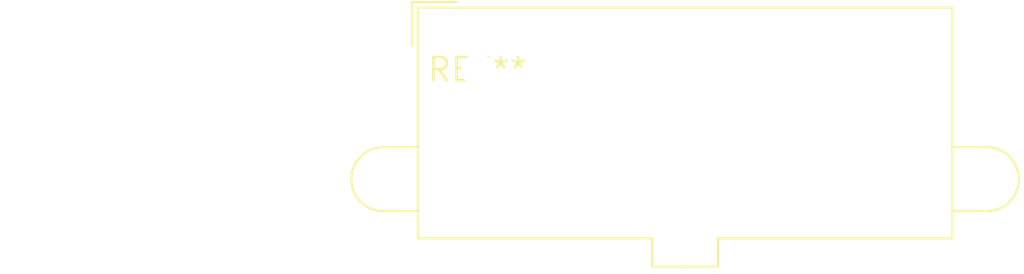
<source format=kicad_pcb>
(kicad_pcb (version 20240108) (generator pcbnew)
  (layers (0 "F.Cu" signal) (31 "B.Cu" signal) (34 "B.Paste" user) (35 "F.Paste" user) (36 "B.SilkS" user "B.Silkscreen") (37 "F.SilkS" user "F.Silkscreen") (38 "B.Mask" user) (39 "F.Mask" user) (44 "Edge.Cuts" user))
  (net 0 "")
  (footprint "Molex_Mega-Fit_76829-0010_2x05_P5.70mm_Vertical" (layer "F.Cu") (at 0 0)
    (property "Reference" "REF**")
    (property "Value" "Molex_Mega-Fit_76829-0010_2x05_P5.70mm_Vertical")
    (fp_line (start -5.17 4.265) (end -3.285 4.265) (layer "F.SilkS") (stroke (width 0.12)))
    (fp_line (start -5.17 7.785) (end -3.285 7.785) (layer "F.SilkS") (stroke (width 0.12)))
    (fp_line (start -3.585 -3.72) (end -1.175 -3.72) (layer "F.SilkS") (stroke (width 0.12)))
    (fp_line (start -3.585 -1.31) (end -3.585 -3.72) (layer "F.SilkS") (stroke (width 0.12)))
    (fp_line (start -3.285 -3.42) (end -3.285 9.28) (layer "F.SilkS") (stroke (width 0.12)))
    (fp_line (start -3.285 9.28) (end 9.59 9.28) (layer "F.SilkS") (stroke (width 0.12)))
    (fp_line (start 9.59 9.28) (end 9.59 10.83) (layer "F.SilkS") (stroke (width 0.12)))
    (fp_line (start 9.59 10.83) (end 11.4 10.83) (layer "F.SilkS") (stroke (width 0.12)))
    (fp_line (start 11.4 -3.42) (end -3.285 -3.42) (layer "F.SilkS") (stroke (width 0.12)))
    (fp_line (start 11.4 -3.42) (end 26.085 -3.42) (layer "F.SilkS") (stroke (width 0.12)))
    (fp_line (start 13.21 9.28) (end 13.21 10.83) (layer "F.SilkS") (stroke (width 0.12)))
    (fp_line (start 13.21 10.83) (end 11.4 10.83) (layer "F.SilkS") (stroke (width 0.12)))
    (fp_line (start 26.085 -3.42) (end 26.085 9.28) (layer "F.SilkS") (stroke (width 0.12)))
    (fp_line (start 26.085 9.28) (end 13.21 9.28) (layer "F.SilkS") (stroke (width 0.12)))
    (fp_line (start 27.97 4.265) (end 26.085 4.265) (layer "F.SilkS") (stroke (width 0.12)))
    (fp_line (start 27.97 7.785) (end 26.085 7.785) (layer "F.SilkS") (stroke (width 0.12)))
    (fp_arc (start -5.17 7.785) (mid -6.93 6.025) (end -5.17 4.265) (layer "F.SilkS") (stroke (width 0.12)))
    (fp_arc (start 27.97 4.265) (mid 29.73 6.025) (end 27.97 7.785) (layer "F.SilkS") (stroke (width 0.12)))
    (pad "" np_thru_hole circle (at -5.17 6.025) (size 3 3) (drill 3) (layers *.Cu *.Mask))
    (pad "" np_thru_hole circle (at 27.97 6.025) (size 3 3) (drill 3) (layers *.Cu *.Mask))
    (pad "1" thru_hole roundrect (at 0 0) (size 3.7 3.7) (drill 1.8) (layers *.Cu *.Mask) (remove_unused_layers) (roundrect_rratio 0.067568))
    (pad "2" thru_hole circle (at 5.7 0) (size 3.7 3.7) (drill 1.8) (layers *.Cu *.Mask) (remove_unused_layers))
    (pad "3" thru_hole circle (at 11.4 0) (size 3.7 3.7) (drill 1.8) (layers *.Cu *.Mask) (remove_unused_layers))
    (pad "4" thru_hole circle (at 17.1 0) (size 3.7 3.7) (drill 1.8) (layers *.Cu *.Mask) (remove_unused_layers))
    (pad "5" thru_hole circle (at 22.8 0) (size 3.7 3.7) (drill 1.8) (layers *.Cu *.Mask) (remove_unused_layers))
    (pad "6" thru_hole circle (at 0 5.7) (size 3.7 3.7) (drill 1.8) (layers *.Cu *.Mask) (remove_unused_layers))
    (pad "7" thru_hole circle (at 5.7 5.7) (size 3.7 3.7) (drill 1.8) (layers *.Cu *.Mask) (remove_unused_layers))
    (pad "8" thru_hole circle (at 11.4 5.7) (size 3.7 3.7) (drill 1.8) (layers *.Cu *.Mask) (remove_unused_layers))
    (pad "9" thru_hole circle (at 17.1 5.7) (size 3.7 3.7) (drill 1.8) (layers *.Cu *.Mask) (remove_unused_layers))
    (pad "10" thru_hole circle (at 22.8 5.7) (size 3.7 3.7) (drill 1.8) (layers *.Cu *.Mask) (remove_unused_layers))
  )
)
</source>
